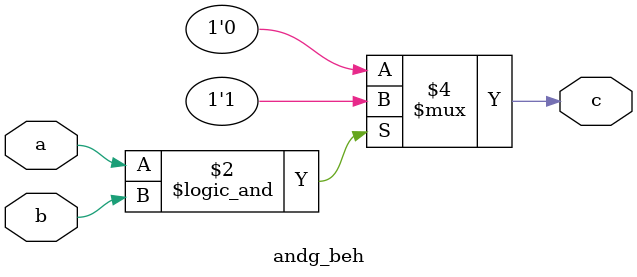
<source format=v>
module andg_beh(input a, input b,output reg c);
initial begin
if(a && b)begin
c=1;
end	
else begin
c=0;
end
end
endmodule

</source>
